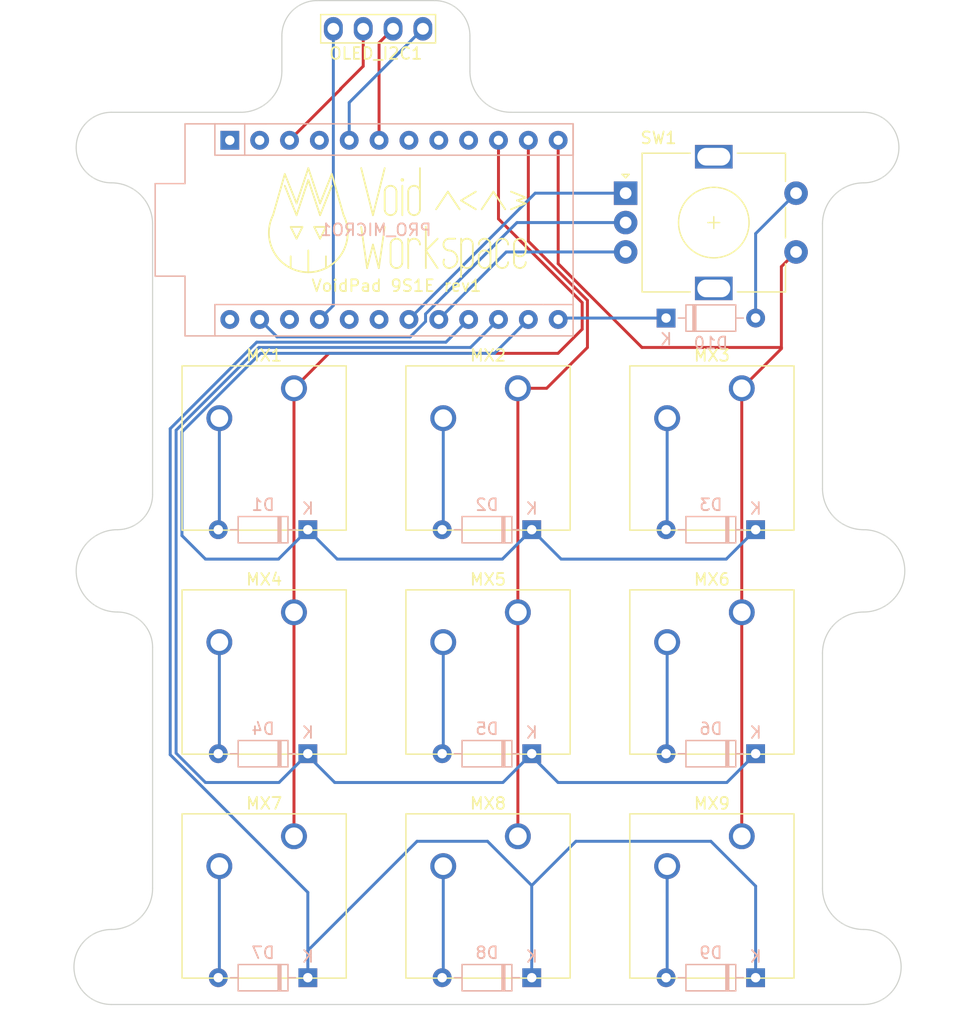
<source format=kicad_pcb>
(kicad_pcb (version 20211014) (generator pcbnew)
  (layers (0 "F.Cu" signal) (31 "B.Cu" signal) (34 "B.Paste" user) (35 "F.Paste" user) (36 "B.SilkS" user "B.Silkscreen") (37 "F.SilkS" user "F.Silkscreen") (38 "B.Mask" user) (39 "F.Mask" user) (44 "Edge.Cuts" user))
  (net 0 "")
  (net 1 "Net-(D1-Pad2)")
  (net 2 "Net-(D2-Pad2)")
  (net 3 "Net-(D3-Pad2)")
  (net 4 "Net-(D4-Pad2)")
  (net 5 "Net-(D5-Pad2)")
  (net 6 "Net-(D6-Pad2)")
  (net 7 "Net-(D7-Pad2)")
  (net 8 "Net-(D8-Pad2)")
  (net 9 "Net-(D9-Pad2)")
  (net 10 "ROW2")
  (net 11 "ROW3")
  (net 12 "Net-(OLED_I2C1-Pad3)")
  (net 13 "Net-(OLED_I2C1-Pad4)")
  (net 20 "Net-(D10-Pad2)")
  (net 21 "ROW4")
  (net 22 "ROW1")
  (net 23 "COL1")
  (net 24 "COL2")
  (net 25 "COL3")
  (net 26 "GND")
  (net 27 "VCC")
  (net 28 "ENCB")
  (net 29 "ENCA")
  (footprint "Rotary_Encoder:RotaryEncoder_Alps_EC11E-Switch_Vertical_H20mm" (layer "F.Cu") (at 150.25 37.37868)
    (fp_text reference "SW1" (at 2.8 -4.7) (layer "F.SilkS"))
    (fp_text value "RotaryEncoder_Switch")
    (fp_line (start 13.6 6) (end 13.6 8.4) (layer "F.SilkS") (width 0.12))
    (fp_line (start -0.3 -1.6) (end 0.3 -1.6) (layer "F.SilkS") (width 0.12))
    (fp_line (start 0 -1.3) (end -0.3 -1.6) (layer "F.SilkS") (width 0.12))
    (fp_line (start 7 2.5) (end 8 2.5) (layer "F.SilkS") (width 0.12))
    (fp_line (start 0.3 -1.6) (end 0 -1.3) (layer "F.SilkS") (width 0.12))
    (fp_line (start 9.5 -3.4) (end 13.6 -3.4) (layer "F.SilkS") (width 0.12))
    (fp_line (start 7.5 2) (end 7.5 3) (layer "F.SilkS") (width 0.12))
    (fp_line (start 5.5 -3.4) (end 1.4 -3.4) (layer "F.SilkS") (width 0.12))
    (fp_line (start 1.4 -3.4) (end 1.4 8.4) (layer "F.SilkS") (width 0.12))
    (fp_line (start 13.6 -3.4) (end 13.6 -1) (layer "F.SilkS") (width 0.12))
    (fp_line (start 5.5 8.4) (end 1.4 8.4) (layer "F.SilkS") (width 0.12))
    (fp_line (start 13.6 1.2) (end 13.6 3.8) (layer "F.SilkS") (width 0.12))
    (fp_line (start 13.6 8.4) (end 9.5 8.4) (layer "F.SilkS") (width 0.12))
    (fp_circle (center 7.5 2.5) (end 10.5 2.5) (layer "F.SilkS") (width 0.12) (fill none))
    (pad "A" thru_hole rect (at 0 0) (size 2 2) (drill 1) (layers *.Cu *.Mask) (net 29 "ENCA"))
    (pad "B" thru_hole circle (at 0 5) (size 2 2) (drill 1) (layers *.Cu *.Mask) (net 28 "ENCB"))
    (pad "C" thru_hole circle (at 0 2.5) (size 2 2) (drill 1) (layers *.Cu *.Mask) (net 26 "GND"))
    (pad "MP" thru_hole rect (at 7.5 -3.1) (size 3.2 2) (drill oval 2.8 1.5) (layers *.Cu *.Mask))
    (pad "MP" thru_hole rect (at 7.5 8.1) (size 3.2 2) (drill oval 2.8 1.5) (layers *.Cu *.Mask))
    (pad "S1" thru_hole circle (at 14.5 5) (size 2 2) (drill 1) (layers *.Cu *.Mask) (net 25 "COL3"))
    (pad "S2" thru_hole circle (at 14.5 0) (size 2 2) (drill 1) (layers *.Cu *.Mask) (net 20 "Net-(D10-Pad2)"))
  )
  (footprint "MountingHole:MountingHole_3.2mm_M3" (layer "F.Cu") (at 106.5 69.5)
    (fp_text reference "REF**" hide)
    (fp_text value "MountingHole_3.2mm_M3")
    (pad "" np_thru_hole circle (at 0 0) (size 3.2 3.2) (drill 3.2) (layers *.Cu *.Mask))
  )
  (footprint "Button_Switch_Keyboard:SW_Cherry_MX_1.00u_PCB" (layer "F.Cu") (at 122.03125 53.97243)
    (fp_text reference "MX1" (at -2.54 -2.794) (layer "F.SilkS"))
    (fp_text value "MX-NoLED")
    (fp_line (start -9.525 12.065) (end -9.525 -1.905) (layer "F.SilkS") (width 0.12))
    (fp_line (start -9.525 -1.905) (end 4.445 -1.905) (layer "F.SilkS") (width 0.12))
    (fp_line (start 4.445 12.065) (end -9.525 12.065) (layer "F.SilkS") (width 0.12))
    (fp_line (start 4.445 -1.905) (end 4.445 12.065) (layer "F.SilkS") (width 0.12))
    (pad "" np_thru_hole circle (at -7.62 5.08) (size 1.7 1.7) (drill 1.7) (layers *.Cu *.Mask))
    (pad "" np_thru_hole circle (at 2.54 5.08) (size 1.7 1.7) (drill 1.7) (layers *.Cu *.Mask))
    (pad "" np_thru_hole circle (at -2.54 5.08) (size 4 4) (drill 4) (layers *.Cu *.Mask))
    (pad "1" thru_hole circle (at 0 0) (size 2.2 2.2) (drill 1.5) (layers *.Cu *.Mask) (net 23 "COL1"))
    (pad "2" thru_hole circle (at -6.35 2.54) (size 2.2 2.2) (drill 1.5) (layers *.Cu *.Mask) (net 1 "Net-(D1-Pad2)"))
  )
  (footprint "MountingHole:MountingHole_3.2mm_M3" (layer "F.Cu") (at 170.5 103)
    (fp_text reference "REF**" hide)
    (fp_text value "MountingHole_3.2mm_M3")
    (pad "" np_thru_hole circle (at 0 0) (size 3.2 3.2) (drill 3.2) (layers *.Cu *.Mask))
  )
  (footprint "" (layer "F.Cu") (at 106.5 103)
    (fp_text reference "" (at 0 0) (layer "F.SilkS") (effects (font (size 1.27 1.27))))
    (fp_text value "" (at 0 0) (layer "F.SilkS") (effects (font (size 1.27 1.27))))
    (pad "" np_thru_hole circle (at 0 0) (size 3.2 3.2) (drill 3.2) (layers *.Cu *.Mask))
  )
  (footprint "Button_Switch_Keyboard:SW_Cherry_MX_1.00u_PCB" (layer "F.Cu") (at 122.03125 73.02243)
    (fp_text reference "MX4" (at -2.54 -2.794) (layer "F.SilkS"))
    (fp_text value "MX-NoLED")
    (fp_line (start -9.525 12.065) (end -9.525 -1.905) (layer "F.SilkS") (width 0.12))
    (fp_line (start 4.445 12.065) (end -9.525 12.065) (layer "F.SilkS") (width 0.12))
    (fp_line (start -9.525 -1.905) (end 4.445 -1.905) (layer "F.SilkS") (width 0.12))
    (fp_line (start 4.445 -1.905) (end 4.445 12.065) (layer "F.SilkS") (width 0.12))
    (pad "" np_thru_hole circle (at -2.54 5.08) (size 4 4) (drill 4) (layers *.Cu *.Mask))
    (pad "" np_thru_hole circle (at -7.62 5.08) (size 1.7 1.7) (drill 1.7) (layers *.Cu *.Mask))
    (pad "" np_thru_hole circle (at 2.54 5.08) (size 1.7 1.7) (drill 1.7) (layers *.Cu *.Mask))
    (pad "1" thru_hole circle (at 0 0) (size 2.2 2.2) (drill 1.5) (layers *.Cu *.Mask) (net 23 "COL1"))
    (pad "2" thru_hole circle (at -6.35 2.54) (size 2.2 2.2) (drill 1.5) (layers *.Cu *.Mask) (net 4 "Net-(D4-Pad2)"))
  )
  (footprint "MountingHole:MountingHole_3.2mm_M3" (layer "F.Cu") (at 106.5 103)
    (fp_text reference "REF**" hide)
    (fp_text value "MountingHole_3.2mm_M3")
    (pad "" np_thru_hole circle (at 0 0) (size 3.2 3.2) (drill 3.2) (layers *.Cu *.Mask))
  )
  (footprint "MountingHole:MountingHole_3.2mm_M3" (layer "F.Cu") (at 170.5 69.5)
    (fp_text reference "REF**" hide)
    (fp_text value "MountingHole_3.2mm_M3")
    (pad "" np_thru_hole circle (at 0 0) (size 3.2 3.2) (drill 3.2) (layers *.Cu *.Mask))
  )
  (footprint "Button_Switch_Keyboard:SW_Cherry_MX_1.00u_PCB" (layer "F.Cu") (at 141.08125 53.97243)
    (fp_text reference "MX2" (at -2.54 -2.794) (layer "F.SilkS"))
    (fp_text value "MX-NoLED")
    (fp_line (start -9.525 -1.905) (end 4.445 -1.905) (layer "F.SilkS") (width 0.12))
    (fp_line (start 4.445 -1.905) (end 4.445 12.065) (layer "F.SilkS") (width 0.12))
    (fp_line (start 4.445 12.065) (end -9.525 12.065) (layer "F.SilkS") (width 0.12))
    (fp_line (start -9.525 12.065) (end -9.525 -1.905) (layer "F.SilkS") (width 0.12))
    (pad "" np_thru_hole circle (at -2.54 5.08) (size 4 4) (drill 4) (layers *.Cu *.Mask))
    (pad "" np_thru_hole circle (at -7.62 5.08) (size 1.7 1.7) (drill 1.7) (layers *.Cu *.Mask))
    (pad "" np_thru_hole circle (at 2.54 5.08) (size 1.7 1.7) (drill 1.7) (layers *.Cu *.Mask))
    (pad "1" thru_hole circle (at 0 0) (size 2.2 2.2) (drill 1.5) (layers *.Cu *.Mask) (net 24 "COL2"))
    (pad "2" thru_hole circle (at -6.35 2.54) (size 2.2 2.2) (drill 1.5) (layers *.Cu *.Mask) (net 2 "Net-(D2-Pad2)"))
  )
  (footprint "Button_Switch_Keyboard:SW_Cherry_MX_1.00u_PCB" (layer "F.Cu") (at 141.08125 73.02243)
    (fp_text reference "MX5" (at -2.54 -2.794) (layer "F.SilkS"))
    (fp_text value "MX-NoLED")
    (fp_line (start 4.445 12.065) (end -9.525 12.065) (layer "F.SilkS") (width 0.12))
    (fp_line (start -9.525 -1.905) (end 4.445 -1.905) (layer "F.SilkS") (width 0.12))
    (fp_line (start 4.445 -1.905) (end 4.445 12.065) (layer "F.SilkS") (width 0.12))
    (fp_line (start -9.525 12.065) (end -9.525 -1.905) (layer "F.SilkS") (width 0.12))
    (pad "" np_thru_hole circle (at -2.54 5.08) (size 4 4) (drill 4) (layers *.Cu *.Mask))
    (pad "" np_thru_hole circle (at 2.54 5.08) (size 1.7 1.7) (drill 1.7) (layers *.Cu *.Mask))
    (pad "" np_thru_hole circle (at -7.62 5.08) (size 1.7 1.7) (drill 1.7) (layers *.Cu *.Mask))
    (pad "1" thru_hole circle (at 0 0) (size 2.2 2.2) (drill 1.5) (layers *.Cu *.Mask) (net 24 "COL2"))
    (pad "2" thru_hole circle (at -6.35 2.54) (size 2.2 2.2) (drill 1.5) (layers *.Cu *.Mask) (net 5 "Net-(D5-Pad2)"))
  )
  (footprint "Button_Switch_Keyboard:SW_Cherry_MX_1.00u_PCB" (layer "F.Cu") (at 141.08125 92.07243)
    (fp_text reference "MX8" (at -2.54 -2.794) (layer "F.SilkS"))
    (fp_text value "MX-NoLED")
    (fp_line (start 4.445 12.065) (end -9.525 12.065) (layer "F.SilkS") (width 0.12))
    (fp_line (start -9.525 -1.905) (end 4.445 -1.905) (layer "F.SilkS") (width 0.12))
    (fp_line (start 4.445 -1.905) (end 4.445 12.065) (layer "F.SilkS") (width 0.12))
    (fp_line (start -9.525 12.065) (end -9.525 -1.905) (layer "F.SilkS") (width 0.12))
    (pad "" np_thru_hole circle (at -2.54 5.08) (size 4 4) (drill 4) (layers *.Cu *.Mask))
    (pad "" np_thru_hole circle (at -7.62 5.08) (size 1.7 1.7) (drill 1.7) (layers *.Cu *.Mask))
    (pad "" np_thru_hole circle (at 2.54 5.08) (size 1.7 1.7) (drill 1.7) (layers *.Cu *.Mask))
    (pad "1" thru_hole circle (at 0 0) (size 2.2 2.2) (drill 1.5) (layers *.Cu *.Mask) (net 24 "COL2"))
    (pad "2" thru_hole circle (at -6.35 2.54) (size 2.2 2.2) (drill 1.5) (layers *.Cu *.Mask) (net 8 "Net-(D8-Pad2)"))
  )
  (footprint "MountingHole:MountingHole_3.2mm_M3" (layer "F.Cu") (at 106.5 33.5)
    (fp_text reference "REF**" hide)
    (fp_text value "MountingHole_3.2mm_M3")
    (pad "" np_thru_hole circle (at 0 0) (size 3.2 3.2) (drill 3.2) (layers *.Cu *.Mask))
  )
  (footprint "" (layer "F.Cu") (at 106.5 69.5)
    (fp_text reference "" (at 0 0) (layer "F.SilkS") (effects (font (size 1.27 1.27))))
    (fp_text value "" (at 0 0) (layer "F.SilkS") (effects (font (size 1.27 1.27))))
    (pad "" np_thru_hole circle (at 0 0) (size 3.2 3.2) (drill 3.2) (layers *.Cu *.Mask))
  )
  (footprint "Button_Switch_Keyboard:SW_Cherry_MX_1.00u_PCB" (layer "F.Cu") (at 160.13125 53.97243)
    (fp_text reference "MX3" (at -2.54 -2.794) (layer "F.SilkS"))
    (fp_text value "MX-NoLED")
    (fp_line (start 4.445 12.065) (end -9.525 12.065) (layer "F.SilkS") (width 0.12))
    (fp_line (start -9.525 12.065) (end -9.525 -1.905) (layer "F.SilkS") (width 0.12))
    (fp_line (start -9.525 -1.905) (end 4.445 -1.905) (layer "F.SilkS") (width 0.12))
    (fp_line (start 4.445 -1.905) (end 4.445 12.065) (layer "F.SilkS") (width 0.12))
    (pad "" np_thru_hole circle (at 2.54 5.08) (size 1.7 1.7) (drill 1.7) (layers *.Cu *.Mask))
    (pad "" np_thru_hole circle (at -2.54 5.08) (size 4 4) (drill 4) (layers *.Cu *.Mask))
    (pad "" np_thru_hole circle (at -7.62 5.08) (size 1.7 1.7) (drill 1.7) (layers *.Cu *.Mask))
    (pad "1" thru_hole circle (at 0 0) (size 2.2 2.2) (drill 1.5) (layers *.Cu *.Mask) (net 25 "COL3"))
    (pad "2" thru_hole circle (at -6.35 2.54) (size 2.2 2.2) (drill 1.5) (layers *.Cu *.Mask) (net 3 "Net-(D3-Pad2)"))
  )
  (footprint "MountingHole:MountingHole_3.2mm_M3" (layer "F.Cu") (at 170.5 33.5)
    (fp_text reference "REF**" hide)
    (fp_text value "MountingHole_3.2mm_M3")
    (pad "" np_thru_hole circle (at 0 0) (size 3.2 3.2) (drill 3.2) (layers *.Cu *.Mask))
  )
  (footprint "SSD1306:128x64OLED" (layer "F.Cu") (at 129 34)
    (fp_text reference "OLED_I2C1" (at 0 -8.5) (layer "F.SilkS"))
    (fp_text value "SSD1306")
    (fp_line (start 5.08 -11.811) (end 5.08 -9.398) (layer "F.SilkS") (width 0.12))
    (fp_line (start 5.08 -9.398) (end -4.699 -9.398) (layer "F.SilkS") (width 0.12))
    (fp_line (start -4.699 -11.811) (end 5.08 -11.811) (layer "F.SilkS") (width 0.12))
    (fp_line (start -4.699 -11.811) (end -4.699 -9.398) (layer "F.SilkS") (width 0.12))
    (pad "1" thru_hole oval (at -1.08 -10.6 90) (size 2 1.6) (drill 1) (layers *.Cu *.Mask) (net 26 "GND"))
    (pad "2" thru_hole oval (at -3.62 -10.6 90) (size 2 1.6) (drill 1) (layers *.Cu *.Mask) (net 27 "VCC"))
    (pad "3" thru_hole oval (at 1.46 -10.6 90) (size 2 1.6) (drill 1) (layers *.Cu *.Mask) (net 12 "Net-(OLED_I2C1-Pad3)"))
    (pad "4" thru_hole oval (at 4 -10.6 90) (size 2 1.6) (drill 1) (layers *.Cu *.Mask) (net 13 "Net-(OLED_I2C1-Pad4)"))
  )
  (footprint "Button_Switch_Keyboard:SW_Cherry_MX_1.00u_PCB" (layer "F.Cu") (at 122.03125 92.07243)
    (fp_text reference "MX7" (at -2.54 -2.794) (layer "F.SilkS"))
    (fp_text value "MX-NoLED")
    (fp_line (start -9.525 12.065) (end -9.525 -1.905) (layer "F.SilkS") (width 0.12))
    (fp_line (start 4.445 -1.905) (end 4.445 12.065) (layer "F.SilkS") (width 0.12))
    (fp_line (start 4.445 12.065) (end -9.525 12.065) (layer "F.SilkS") (width 0.12))
    (fp_line (start -9.525 -1.905) (end 4.445 -1.905) (layer "F.SilkS") (width 0.12))
    (pad "" np_thru_hole circle (at -7.62 5.08) (size 1.7 1.7) (drill 1.7) (layers *.Cu *.Mask))
    (pad "" np_thru_hole circle (at -2.54 5.08) (size 4 4) (drill 4) (layers *.Cu *.Mask))
    (pad "" np_thru_hole circle (at 2.54 5.08) (size 1.7 1.7) (drill 1.7) (layers *.Cu *.Mask))
    (pad "1" thru_hole circle (at 0 0) (size 2.2 2.2) (drill 1.5) (layers *.Cu *.Mask) (net 23 "COL1"))
    (pad "2" thru_hole circle (at -6.35 2.54) (size 2.2 2.2) (drill 1.5) (layers *.Cu *.Mask) (net 7 "Net-(D7-Pad2)"))
  )
  (footprint "Button_Switch_Keyboard:SW_Cherry_MX_1.00u_PCB" (layer "F.Cu") (at 160.13125 73.02243)
    (fp_text reference "MX6" (at -2.54 -2.794) (layer "F.SilkS"))
    (fp_text value "MX-NoLED")
    (fp_line (start 4.445 12.065) (end -9.525 12.065) (layer "F.SilkS") (width 0.12))
    (fp_line (start -9.525 -1.905) (end 4.445 -1.905) (layer "F.SilkS") (width 0.12))
    (fp_line (start -9.525 12.065) (end -9.525 -1.905) (layer "F.SilkS") (width 0.12))
    (fp_line (start 4.445 -1.905) (end 4.445 12.065) (layer "F.SilkS") (width 0.12))
    (pad "" np_thru_hole circle (at -7.62 5.08) (size 1.7 1.7) (drill 1.7) (layers *.Cu *.Mask))
    (pad "" np_thru_hole circle (at -2.54 5.08) (size 4 4) (drill 4) (layers *.Cu *.Mask))
    (pad "" np_thru_hole circle (at 2.54 5.08) (size 1.7 1.7) (drill 1.7) (layers *.Cu *.Mask))
    (pad "1" thru_hole circle (at 0 0) (size 2.2 2.2) (drill 1.5) (layers *.Cu *.Mask) (net 25 "COL3"))
    (pad "2" thru_hole circle (at -6.35 2.54) (size 2.2 2.2) (drill 1.5) (layers *.Cu *.Mask) (net 6 "Net-(D6-Pad2)"))
  )
  (footprint "Button_Switch_Keyboard:SW_Cherry_MX_1.00u_PCB" (layer "F.Cu") (at 160.13125 92.07243)
    (fp_text reference "MX9" (at -2.54 -2.794) (layer "F.SilkS"))
    (fp_text value "MX-NoLED")
    (fp_line (start -9.525 12.065) (end -9.525 -1.905) (layer "F.SilkS") (width 0.12))
    (fp_line (start -9.525 -1.905) (end 4.445 -1.905) (layer "F.SilkS") (width 0.12))
    (fp_line (start 4.445 -1.905) (end 4.445 12.065) (layer "F.SilkS") (width 0.12))
    (fp_line (start 4.445 12.065) (end -9.525 12.065) (layer "F.SilkS") (width 0.12))
    (pad "" np_thru_hole circle (at -7.62 5.08) (size 1.7 1.7) (drill 1.7) (layers *.Cu *.Mask))
    (pad "" np_thru_hole circle (at 2.54 5.08) (size 1.7 1.7) (drill 1.7) (layers *.Cu *.Mask))
    (pad "" np_thru_hole circle (at -2.54 5.08) (size 4 4) (drill 4) (layers *.Cu *.Mask))
    (pad "1" thru_hole circle (at 0 0) (size 2.2 2.2) (drill 1.5) (layers *.Cu *.Mask) (net 25 "COL3"))
    (pad "2" thru_hole circle (at -6.35 2.54) (size 2.2 2.2) (drill 1.5) (layers *.Cu *.Mask) (net 9 "Net-(D9-Pad2)"))
  )
  (footprint "Diode_THT:D_DO-35_SOD27_P7.62mm_Horizontal" (layer "B.Cu") (at 123.21 66 180)
    (fp_text reference "D1" (at 3.81 2.12) (layer "B.SilkS") (effects (justify mirror)))
    (fp_text value "1N4148")
    (fp_text user "K" (at 0 1.8) (layer "B.SilkS") (effects (justify mirror)))
    (fp_line (start 2.41 1.12) (end 2.41 -1.12) (layer "B.SilkS") (width 0.12))
    (fp_line (start 2.29 1.12) (end 2.29 -1.12) (layer "B.SilkS") (width 0.12))
    (fp_line (start 5.93 1.12) (end 1.69 1.12) (layer "B.SilkS") (width 0.12))
    (fp_line (start 1.04 0) (end 1.69 0) (layer "B.SilkS") (width 0.12))
    (fp_line (start 2.53 1.12) (end 2.53 -1.12) (layer "B.SilkS") (width 0.12))
    (fp_line (start 5.93 -1.12) (end 5.93 1.12) (layer "B.SilkS") (width 0.12))
    (fp_line (start 1.69 -1.12) (end 5.93 -1.12) (layer "B.SilkS") (width 0.12))
    (fp_line (start 6.58 0) (end 5.93 0) (layer "B.SilkS") (width 0.12))
    (fp_line (start 1.69 1.12) (end 1.69 -1.12) (layer "B.SilkS") (width 0.12))
    (pad "1" thru_hole rect (at 0 0 180) (size 1.6 1.6) (drill 0.8) (layers *.Cu *.Mask) (net 10 "ROW2"))
    (pad "2" thru_hole oval (at 7.62 0 180) (size 1.6 1.6) (drill 0.8) (layers *.Cu *.Mask) (net 1 "Net-(D1-Pad2)"))
  )
  (footprint "Diode_THT:D_DO-35_SOD27_P7.62mm_Horizontal" (layer "B.Cu") (at 142.26 66 180)
    (fp_text reference "D2" (at 3.81 2.12) (layer "B.SilkS") (effects (justify mirror)))
    (fp_text value "1N4148")
    (fp_text user "K" (at 0 1.8) (layer "B.SilkS") (effects (justify mirror)))
    (fp_line (start 5.93 1.12) (end 1.69 1.12) (layer "B.SilkS") (width 0.12))
    (fp_line (start 2.53 1.12) (end 2.53 -1.12) (layer "B.SilkS") (width 0.12))
    (fp_line (start 1.69 -1.12) (end 5.93 -1.12) (layer "B.SilkS") (width 0.12))
    (fp_line (start 2.41 1.12) (end 2.41 -1.12) (layer "B.SilkS") (width 0.12))
    (fp_line (start 1.69 1.12) (end 1.69 -1.12) (layer "B.SilkS") (width 0.12))
    (fp_line (start 2.29 1.12) (end 2.29 -1.12) (layer "B.SilkS") (width 0.12))
    (fp_line (start 6.58 0) (end 5.93 0) (layer "B.SilkS") (width 0.12))
    (fp_line (start 1.04 0) (end 1.69 0) (layer "B.SilkS") (width 0.12))
    (fp_line (start 5.93 -1.12) (end 5.93 1.12) (layer "B.SilkS") (width 0.12))
    (pad "1" thru_hole rect (at 0 0 180) (size 1.6 1.6) (drill 0.8) (layers *.Cu *.Mask) (net 10 "ROW2"))
    (pad "2" thru_hole oval (at 7.62 0 180) (size 1.6 1.6) (drill 0.8) (layers *.Cu *.Mask) (net 2 "Net-(D2-Pad2)"))
  )
  (footprint "Diode_THT:D_DO-35_SOD27_P7.62mm_Horizontal" (layer "B.Cu") (at 123.21 85.05 180)
    (fp_text reference "D4" (at 3.81 2.12) (layer "B.SilkS") (effects (justify mirror)))
    (fp_text value "1N4148")
    (fp_text user "K" (at 0 1.8) (layer "B.SilkS") (effects (justify mirror)))
    (fp_line (start 1.04 0) (end 1.69 0) (layer "B.SilkS") (width 0.12))
    (fp_line (start 5.93 1.12) (end 1.69 1.12) (layer "B.SilkS") (width 0.12))
    (fp_line (start 1.69 -1.12) (end 5.93 -1.12) (layer "B.SilkS") (width 0.12))
    (fp_line (start 2.53 1.12) (end 2.53 -1.12) (layer "B.SilkS") (width 0.12))
    (fp_line (start 5.93 -1.12) (end 5.93 1.12) (layer "B.SilkS") (width 0.12))
    (fp_line (start 6.58 0) (end 5.93 0) (layer "B.SilkS") (width 0.12))
    (fp_line (start 1.69 1.12) (end 1.69 -1.12) (layer "B.SilkS") (width 0.12))
    (fp_line (start 2.41 1.12) (end 2.41 -1.12) (layer "B.SilkS") (width 0.12))
    (fp_line (start 2.29 1.12) (end 2.29 -1.12) (layer "B.SilkS") (width 0.12))
    (pad "1" thru_hole rect (at 0 0 180) (size 1.6 1.6) (drill 0.8) (layers *.Cu *.Mask) (net 11 "ROW3"))
    (pad "2" thru_hole oval (at 7.62 0 180) (size 1.6 1.6) (drill 0.8) (layers *.Cu *.Mask) (net 4 "Net-(D4-Pad2)"))
  )
  (footprint "Arduino:Sparkfun_Pro_Micro" (layer "B.Cu") (at 144.51 48.12 90)
    (fp_text reference "PRO_MICRO1" (at 7.62 -15.51) (layer "B.SilkS") (effects (justify mirror)))
    (fp_text value "Sparkfun_Pro_Micro")
    (fp_line (start 11.557 -31.75) (end 16.637 -31.75) (layer "B.SilkS") (width 0.12))
    (fp_line (start 1.27 1.27) (end -1.397 1.27) (layer "B.SilkS") (width 0.12))
    (fp_line (start 3.683 -34.29) (end 11.557 -34.29) (layer "B.SilkS") (width 0.12))
    (fp_line (start 1.27 -1.27) (end 1.27 -29.21) (layer "B.SilkS") (width 0.12))
    (fp_line (start 13.97 1.27) (end 13.97 -29.21) (layer "B.SilkS") (width 0.12))
    (fp_line (start -1.397 -31.75) (end 3.683 -31.75) (layer "B.SilkS") (width 0.12))
    (fp_line (start 11.557 -34.29) (end 11.557 -31.75) (layer "B.SilkS") (width 0.12))
    (fp_line (start 13.97 -26.67) (end 16.64 -26.67) (layer "B.SilkS") (width 0.12))
    (fp_line (start 1.27 -29.21) (end -1.4 -29.21) (layer "B.SilkS") (width 0.12))
    (fp_line (start 16.637 1.27) (end 1.27 1.27) (layer "B.SilkS") (width 0.12))
    (fp_line (start 1.27 -1.27) (end 1.27 1.27) (layer "B.SilkS") (width 0.12))
    (fp_line (start 16.637 -31.75) (end 16.64 1.27) (layer "B.SilkS") (width 0.12))
    (fp_line (start 3.683 -34.29) (end 3.683 -31.75) (layer "B.SilkS") (width 0.12))
    (fp_line (start 13.97 1.27) (end 16.64 1.27) (layer "B.SilkS") (width 0.12))
    (fp_line (start 13.97 -29.21) (end 16.64 -29.21) (layer "B.SilkS") (width 0.12))
    (fp_line (start -1.397 1.27) (end -1.397 -31.75) (layer "B.SilkS") (width 0.12))
    (pad "1" thru_hole rect (at 15.24 -27.94 90) (size 1.6 1.6) (drill 0.8) (layers *.Cu *.Mask))
    (pad "2" thru_hole oval (at 15.24 -25.4 90) (size 1.6 1.6) (drill 0.8) (layers *.Cu *.Mask))
    (pad "3" thru_hole oval (at 15.24 -22.86 90) (size 1.6 1.6) (drill 0.8) (layers *.Cu *.Mask) (net 26 "GND"))
    (pad "4" thru_hole oval (at 15.24 -20.32 90) (size 1.6 1.6) (drill 0.8) (layers *.Cu *.Mask))
    (pad "5" thru_hole oval (at 15.24 -17.78 90) (size 1.6 1.6) (drill 0.8) (layers *.Cu *.Mask) (net 13 "Net-(OLED_I2C1-Pad4)"))
    (pad "6" thru_hole oval (at 15.24 -15.24 90) (size 1.6 1.6) (drill 0.8) (layers *.Cu *.Mask) (net 12 "Net-(OLED_I2C1-Pad3)"))
    (pad "7" thru_hole oval (at 15.24 -12.7 90) (size 1.6 1.6) (drill 0.8) (layers *.Cu *.Mask))
    (pad "8" thru_hole oval (at 15.24 -10.16 90) (size 1.6 1.6) (drill 0.8) (layers *.Cu *.Mask))
    (pad "9" thru_hole oval (at 15.24 -7.62 90) (size 1.6 1.6) (drill 0.8) (layers *.Cu *.Mask))
    (pad "10" thru_hole oval (at 15.24 -5.08 90) (size 1.6 1.6) (drill 0.8) (layers *.Cu *.Mask) (net 23 "COL1"))
    (pad "11" thru_hole oval (at 15.24 -2.54 90) (size 1.6 1.6) (drill 0.8) (layers *.Cu *.Mask) (net 24 "COL2"))
    (pad "12" thru_hole oval (at 15.24 0 90) (size 1.6 1.6) (drill 0.8) (layers *.Cu *.Mask) (net 25 "COL3"))
    (pad "13" thru_hole oval (at 0 0 90) (size 1.6 1.6) (drill 0.8) (layers *.Cu *.Mask) (net 22 "ROW1"))
    (pad "14" thru_hole oval (at 0 -2.54 90) (size 1.6 1.6) (drill 0.8) (layers *.Cu *.Mask) (net 10 "ROW2"))
    (pad "15" thru_hole oval (at 0 -5.08 90) (size 1.6 1.6) (drill 0.8) (layers *.Cu *.Mask) (net 11 "ROW3"))
    (pad "16" thru_hole oval (at 0 -7.62 90) (size 1.6 1.6) (drill 0.8) (layers *.Cu *.Mask) (net 21 "ROW4"))
    (pad "17" thru_hole oval (at 0 -10.16 90) (size 1.6 1.6) (drill 0.8) (layers *.Cu *.Mask) (net 28 "ENCB"))
    (pad "18" thru_hole oval (at 0 -12.7 90) (size 1.6 1.6) (drill 0.8) (layers *.Cu *.Mask) (net 29 "ENCA"))
    (pad "19" thru_hole oval (at 0 -15.24 90) (size 1.6 1.6) (drill 0.8) (layers *.Cu *.Mask))
    (pad "20" thru_hole oval (at 0 -17.78 90) (size 1.6 1.6) (drill 0.8) (layers *.Cu *.Mask))
    (pad "21" thru_hole oval (at 0 -20.32 90) (size 1.6 1.6) (drill 0.8) (layers *.Cu *.Mask) (net 27 "VCC"))
    (pad "22" thru_hole oval (at 0 -22.86 90) (size 1.6 1.6) (drill 0.8) (layers *.Cu *.Mask))
    (pad "23" thru_hole oval (at 0 -25.4 90) (size 1.6 1.6) (drill 0.8) (layers *.Cu *.Mask) (net 26 "GND"))
    (pad "24" thru_hole oval (at 0 -27.94 90) (size 1.6 1.6) (drill 0.8) (layers *.Cu *.Mask))
  )
  (footprint "Diode_THT:D_DO-35_SOD27_P7.62mm_Horizontal" (layer "B.Cu") (at 123.21 104.1 180)
    (fp_text reference "D7" (at 3.81 2.12) (layer "B.SilkS") (effects (justify mirror)))
    (fp_text value "1N4148")
    (fp_text user "K" (at 0 1.8) (layer "B.SilkS") (effects (justify mirror)))
    (fp_line (start 5.93 1.12) (end 1.69 1.12) (layer "B.SilkS") (width 0.12))
    (fp_line (start 2.53 1.12) (end 2.53 -1.12) (layer "B.SilkS") (width 0.12))
    (fp_line (start 6.58 0) (end 5.93 0) (layer "B.SilkS") (width 0.12))
    (fp_line (start 1.04 0) (end 1.69 0) (layer "B.SilkS") (width 0.12))
    (fp_line (start 2.41 1.12) (end 2.41 -1.12) (layer "B.SilkS") (width 0.12))
    (fp_line (start 1.69 1.12) (end 1.69 -1.12) (layer "B.SilkS") (width 0.12))
    (fp_line (start 5.93 -1.12) (end 5.93 1.12) (layer "B.SilkS") (width 0.12))
    (fp_line (start 2.29 1.12) (end 2.29 -1.12) (layer "B.SilkS") (width 0.12))
    (fp_line (start 1.69 -1.12) (end 5.93 -1.12) (layer "B.SilkS") (width 0.12))
    (pad "1" thru_hole rect (at 0 0 180) (size 1.6 1.6) (drill 0.8) (layers *.Cu *.Mask) (net 21 "ROW4"))
    (pad "2" thru_hole oval (at 7.62 0 180) (size 1.6 1.6) (drill 0.8) (layers *.Cu *.Mask) (net 7 "Net-(D7-Pad2)"))
  )
  (footprint "Diode_THT:D_DO-35_SOD27_P7.62mm_Horizontal" (layer "B.Cu") (at 161.31 104.1 180)
    (fp_text reference "D9" (at 3.81 2.12) (layer "B.SilkS") (effects (justify mirror)))
    (fp_text value "1N4148")
    (fp_text user "K" (at 0 1.8) (layer "B.SilkS") (effects (justify mirror)))
    (fp_line (start 2.29 1.12) (end 2.29 -1.12) (layer "B.SilkS") (width 0.12))
    (fp_line (start 1.69 1.12) (end 1.69 -1.12) (layer "B.SilkS") (width 0.12))
    (fp_line (start 2.41 1.12) (end 2.41 -1.12) (layer "B.SilkS") (width 0.12))
    (fp_line (start 6.58 0) (end 5.93 0) (layer "B.SilkS") (width 0.12))
    (fp_line (start 1.69 -1.12) (end 5.93 -1.12) (layer "B.SilkS") (width 0.12))
    (fp_line (start 5.93 -1.12) (end 5.93 1.12) (layer "B.SilkS") (width 0.12))
    (fp_line (start 2.53 1.12) (end 2.53 -1.12) (layer "B.SilkS") (width 0.12))
    (fp_line (start 1.04 0) (end 1.69 0) (layer "B.SilkS") (width 0.12))
    (fp_line (start 5.93 1.12) (end 1.69 1.12) (layer "B.SilkS") (width 0.12))
    (pad "1" thru_hole rect (at 0 0 180) (size 1.6 1.6) (drill 0.8) (layers *.Cu *.Mask) (net 21 "ROW4"))
    (pad "2" thru_hole oval (at 7.62 0 180) (size 1.6 1.6) (drill 0.8) (layers *.Cu *.Mask) (net 9 "Net-(D9-Pad2)"))
  )
  (footprint "Diode_THT:D_DO-35_SOD27_P7.62mm_Horizontal" (layer "B.Cu") (at 153.69 48)
    (fp_text reference "D10" (at 3.81 2.12 180) (layer "B.SilkS") (effects (justify mirror)))
    (fp_text value "1N4148")
    (fp_text user "K" (at 0 1.8 180) (layer "B.SilkS") (effects (justify mirror)))
    (fp_line (start 2.29 1.12) (end 2.29 -1.12) (layer "B.SilkS") (width 0.12))
    (fp_line (start 1.69 -1.12) (end 5.93 -1.12) (layer "B.SilkS") (width 0.12))
    (fp_line (start 5.93 -1.12) (end 5.93 1.12) (layer "B.SilkS") (width 0.12))
    (fp_line (start 5.93 1.12) (end 1.69 1.12) (layer "B.SilkS") (width 0.12))
    (fp_line (start 6.58 0) (end 5.93 0) (layer "B.SilkS") (width 0.12))
    (fp_line (start 2.53 1.12) (end 2.53 -1.12) (layer "B.SilkS") (width 0.12))
    (fp_line (start 1.04 0) (end 1.69 0) (layer "B.SilkS") (width 0.12))
    (fp_line (start 1.69 1.12) (end 1.69 -1.12) (layer "B.SilkS") (width 0.12))
    (fp_line (start 2.41 1.12) (end 2.41 -1.12) (layer "B.SilkS") (width 0.12))
    (pad "1" thru_hole rect (at 0 0) (size 1.6 1.6) (drill 0.8) (layers *.Cu *.Mask) (net 22 "ROW1"))
    (pad "2" thru_hole oval (at 7.62 0) (size 1.6 1.6) (drill 0.8) (layers *.Cu *.Mask) (net 20 "Net-(D10-Pad2)"))
  )
  (footprint "Diode_THT:D_DO-35_SOD27_P7.62mm_Horizontal" (layer "B.Cu") (at 142.26 104.1 180)
    (fp_text reference "D8" (at 3.81 2.12) (layer "B.SilkS") (effects (justify mirror)))
    (fp_text value "1N4148")
    (fp_text user "K" (at 0 1.8) (layer "B.SilkS") (effects (justify mirror)))
    (fp_line (start 2.41 1.12) (end 2.41 -1.12) (layer "B.SilkS") (width 0.12))
    (fp_line (start 5.93 -1.12) (end 5.93 1.12) (layer "B.SilkS") (width 0.12))
    (fp_line (start 1.04 0) (end 1.69 0) (layer "B.SilkS") (width 0.12))
    (fp_line (start 6.58 0) (end 5.93 0) (layer "B.SilkS") (width 0.12))
    (fp_line (start 1.69 1.12) (end 1.69 -1.12) (layer "B.SilkS") (width 0.12))
    (fp_line (start 5.93 1.12) (end 1.69 1.12) (layer "B.SilkS") (width 0.12))
    (fp_line (start 2.29 1.12) (end 2.29 -1.12) (layer "B.SilkS") (width 0.12))
    (fp_line (start 2.53 1.12) (end 2.53 -1.12) (layer "B.SilkS") (width 0.12))
    (fp_line (start 1.69 -1.12) (end 5.93 -1.12) (layer "B.SilkS") (width 0.12))
    (pad "1" thru_hole rect (at 0 0 180) (size 1.6 1.6) (drill 0.8) (layers *.Cu *.Mask) (net 21 "ROW4"))
    (pad "2" thru_hole oval (at 7.62 0 180) (size 1.6 1.6) (drill 0.8) (layers *.Cu *.Mask) (net 8 "Net-(D8-Pad2)"))
  )
  (footprint "Diode_THT:D_DO-35_SOD27_P7.62mm_Horizontal" (layer "B.Cu") (at 161.31 66 180)
    (fp_text reference "D3" (at 3.81 2.12) (layer "B.SilkS") (effects (justify mirror)))
    (fp_text value "1N4148")
    (fp_text user "K" (at 0 1.8) (layer "B.SilkS") (effects (justify mirror)))
    (fp_line (start 2.53 1.12) (end 2.53 -1.12) (layer "B.SilkS") (width 0.12))
    (fp_line (start 6.58 0) (end 5.93 0) (layer "B.SilkS") (width 0.12))
    (fp_line (start 5.93 -1.12) (end 5.93 1.12) (layer "B.SilkS") (width 0.12))
    (fp_line (start 2.41 1.12) (end 2.41 -1.12) (layer "B.SilkS") (width 0.12))
    (fp_line (start 1.04 0) (end 1.69 0) (layer "B.SilkS") (width 0.12))
    (fp_line (start 2.29 1.12) (end 2.29 -1.12) (layer "B.SilkS") (width 0.12))
    (fp_line (start 5.93 1.12) (end 1.69 1.12) (layer "B.SilkS") (width 0.12))
    (fp_line (start 1.69 -1.12) (end 5.93 -1.12) (layer "B.SilkS") (width 0.12))
    (fp_line (start 1.69 1.12) (end 1.69 -1.12) (layer "B.SilkS") (width 0.12))
    (pad "1" thru_hole rect (at 0 0 180) (size 1.6 1.6) (drill 0.8) (layers *.Cu *.Mask) (net 10 "ROW2"))
    (pad "2" thru_hole oval (at 7.62 0 180) (size 1.6 1.6) (drill 0.8) (layers *.Cu *.Mask) (net 3 "Net-(D3-Pad2)"))
  )
  (footprint "Diode_THT:D_DO-35_SOD27_P7.62mm_Horizontal" (layer "B.Cu") (at 142.26 85.05 180)
    (fp_text reference "D5" (at 3.81 2.12) (layer "B.SilkS") (effects (justify mirror)))
    (fp_text value "1N4148")
    (fp_text user "K" (at 0 1.8) (layer "B.SilkS") (effects (justify mirror)))
    (fp_line (start 5.93 1.12) (end 1.69 1.12) (layer "B.SilkS") (width 0.12))
    (fp_line (start 2.41 1.12) (end 2.41 -1.12) (layer "B.SilkS") (width 0.12))
    (fp_line (start 6.58 0) (end 5.93 0) (layer "B.SilkS") (width 0.12))
    (fp_line (start 1.69 -1.12) (end 5.93 -1.12) (layer "B.SilkS") (width 0.12))
    (fp_line (start 1.69 1.12) (end 1.69 -1.12) (layer "B.SilkS") (width 0.12))
    (fp_line (start 1.04 0) (end 1.69 0) (layer "B.SilkS") (width 0.12))
    (fp_line (start 2.29 1.12) (end 2.29 -1.12) (layer "B.SilkS") (width 0.12))
    (fp_line (start 5.93 -1.12) (end 5.93 1.12) (layer "B.SilkS") (width 0.12))
    (fp_line (start 2.53 1.12) (end 2.53 -1.12) (layer "B.SilkS") (width 0.12))
    (pad "1" thru_hole rect (at 0 0 180) (size 1.6 1.6) (drill 0.8) (layers *.Cu *.Mask) (net 11 "ROW3"))
    (pad "2" thru_hole oval (at 7.62 0 180) (size 1.6 1.6) (drill 0.8) (layers *.Cu *.Mask) (net 5 "Net-(D5-Pad2)"))
  )
  (footprint "Diode_THT:D_DO-35_SOD27_P7.62mm_Horizontal" (layer "B.Cu") (at 161.31 85.05 180)
    (fp_text reference "D6" (at 3.81 2.12) (layer "B.SilkS") (effects (justify mirror)))
    (fp_text value "1N4148")
    (fp_text user "K" (at 0 1.8) (layer "B.SilkS") (effects (justify mirror)))
    (fp_line (start 6.58 0) (end 5.93 0) (layer "B.SilkS") (width 0.12))
    (fp_line (start 5.93 1.12) (end 1.69 1.12) (layer "B.SilkS") (width 0.12))
    (fp_line (start 2.29 1.12) (end 2.29 -1.12) (layer "B.SilkS") (width 0.12))
    (fp_line (start 1.69 -1.12) (end 5.93 -1.12) (layer "B.SilkS") (width 0.12))
    (fp_line (start 1.04 0) (end 1.69 0) (layer "B.SilkS") (width 0.12))
    (fp_line (start 1.69 1.12) (end 1.69 -1.12) (layer "B.SilkS") (width 0.12))
    (fp_line (start 2.41 1.12) (end 2.41 -1.12) (layer "B.SilkS") (width 0.12))
    (fp_line (start 2.53 1.12) (end 2.53 -1.12) (layer "B.SilkS") (width 0.12))
    (fp_line (start 5.93 -1.12) (end 5.93 1.12) (layer "B.SilkS") (width 0.12))
    (pad "1" thru_hole rect (at 0 0 180) (size 1.6 1.6) (drill 0.8) (layers *.Cu *.Mask) (net 11 "ROW3"))
    (pad "2" thru_hole oval (at 7.62 0 180) (size 1.6 1.6) (drill 0.8) (layers *.Cu *.Mask) (net 6 "Net-(D6-Pad2)"))
  )
  (gr_line (start 136.25 38) (end 137.5 37.25) (layer "F.SilkS") (width 0.15))
  (gr_line (start 123.250001 35.25) (end 122.250001 38.25) (layer "F.SilkS") (width 0.15))
  (gr_arc (start 137.75 42.75) (mid 138.25 42.25) (end 138.75 42.75) (layer "F.SilkS") (width 0.15))
  (gr_line (start 139.25 43.25) (end 139.25 41.75) (layer "F.SilkS") (width 0.15))
  (gr_line (start 140.5 37.25) (end 141.75 37.75) (layer "F.SilkS") (width 0.15))
  (gr_line (start 131.25 41.75) (end 131.25 43.25) (layer "F.SilkS") (width 0.15))
  (gr_arc (start 131.75 41.75) (mid 132.25 41.25) (end 132.75 41.75) (layer "F.SilkS") (width 0.15))
  (gr_line (start 124.250001 41.25) (end 123.750001 40.25) (layer "F.SilkS") (width 0.15))
  (gr_line (start 141.75 38.25) (end 140.5 38.75) (layer "F.SilkS") (width 0.15))
  (gr_line (start 134.125 38.75) (end 135.125 37.25) (layer "F.SilkS") (width 0.15))
  (gr_arc (start 138.75 43.25) (mid 138.25 43.75) (end 137.75 43.25) (layer "F.SilkS") (width 0.15))
  (gr_arc (start 135.25 42.25) (mid 134.75 41.75) (end 135.25 41.25) (layer "F.SilkS") (width 0.15))
  (gr_line (start 135.125 37.25) (end 136.125 38.75) (layer "F.SilkS") (width 0.15))
  (gr_arc (start 135.25 43.75) (mid 134.824675 43.512866) (end 134.802786 43.026393) (layer "F.SilkS") (width 0.15))
  (gr_line (start 134.25 41.25) (end 133.25 42.25) (layer "F.SilkS") (width 0.15))
  (gr_arc (start 129.75 37.25) (mid 130.25 36.75) (end 130.75 37.25) (layer "F.SilkS") (width 0.15))
  (gr_line (start 123.250001 35.25) (end 124.250001 38.25) (layer "F.SilkS") (width 0.15))
  (gr_line (start 123.250001 36.25) (end 124.250001 39.25) (layer "F.SilkS") (width 0.15))
  (gr_line (start 124.250001 41.25) (end 124.750001 40.25) (layer "F.SilkS") (width 0.15))
  (gr_line (start 131.75 41.25) (end 131.75 43.75) (layer "F.SilkS") (width 0.15))
  (gr_line (start 120.250002 39.25) (end 121.250001 35.75) (layer "F.SilkS") (width 0.15))
  (gr_line (start 137.75 43.25) (end 137.75 42.75) (layer "F.SilkS") (width 0.15))
  (gr_line (start 133.25 40.25) (end 133.25 43.75) (layer "F.SilkS") (width 0.15))
  (gr_line (start 136.25 38) (end 137.5 38.75) (layer "F.SilkS") (width 0.15))
  (gr_arc (start 131.25 43.25) (mid 130.75 43.75) (end 130.25 43.25) (layer "F.SilkS") (width 0.15))
  (gr_line (start 129.25 43.75) (end 129.75 40.25) (layer "F.SilkS") (width 0.15))
  (gr_line (start 131.75 38.75) (end 131.75 37.25) (layer "F.SilkS") (width 0.15))
  (gr_line (start 138.75 41.75) (end 138.75 43.75) (layer "F.SilkS") (width 0.15))
  (gr_line (start 122.750001 40.25) (end 122.250001 41.25) (layer "F.SilkS") (width 0.15))
  (gr_line (start 123.750001 40.25) (end 124.750001 40.25) (layer "F.SilkS") (width 0.15))
  (gr_arc (start 130.25 41.75) (mid 130.75 41.25) (end 131.25 41.75) (layer "F.SilkS") (width 0.15))
  (gr_line (start 141.75 37.75) (end 141 38) (layer "F.SilkS") (width 0.15))
  (gr_line (start 136.25 41.25) (end 136.25 44.5) (layer "F.SilkS") (width 0.15))
  (gr_arc (start 141.75 43.25) (mid 141.25 43.75) (end 140.75 43.25) (layer "F.SilkS") (width 0.15))
  (gr_arc (start 136.25 41.75) (mid 136.75 41.25) (end 137.25 41.75) (layer "F.SilkS") (width 0.15))
  (gr_line (start 139 37.25) (end 140 38.75) (layer "F.SilkS") (width 0.15))
  (gr_line (start 128.75 39.25) (end 129.75 35.25) (layer "F.SilkS") (width 0.15))
  (gr_line (start 122.750001 40.25) (end 121.750001 40.25) (layer "F.SilkS") (width 0.15))
  (gr_arc (start 140.75 41.75) (mid 141.25 41.25) (end 141.75 41.75) (layer "F.SilkS") (width 0.15))
  (gr_line (start 128.25 43.75) (end 128.75 41.75) (layer "F.SilkS") (width 0.15))
  (gr_line (start 123.250001 36.25) (end 122.250001 39.25) (layer "F.SilkS") (width 0.15))
  (gr_arc (start 132.75 38.75) (mid 132.25 39.25) (end 131.75 38.75) (layer "F.SilkS") (width 0.15))
  (gr_line (start 123.250001 44.104101) (end 123.250001 42.25) (layer "F.SilkS") (width 0.15))
  (gr_line (start 138 38.75) (end 139 37.25) (layer "F.SilkS") (width 0.15))
  (gr_arc (start 140.25 43.25) (mid 139.75 43.75) (end 139.25 43.25) (layer "F.SilkS") (width 0.15))
  (gr_line (start 141 38) (end 141.75 38.25) (layer "F.SilkS") (width 0.15))
  (gr_arc (start 137.75 41.75) (mid 138.25 41.25) (end 138.75 41.75) (layer "F.SilkS") (width 0.15))
  (gr_line (start 121.750001 40.25) (end 122.250001 41.25) (layer "F.SilkS") (width 0.15))
  (gr_arc (start 131.75 37.25) (mid 132.25 36.75) (end 132.75 37.25) (layer "F.SilkS") (width 0.15))
  (gr_line (start 132.75 38.75) (end 132.75 37.25) (layer "F.SilkS") (width 0.15))
  (gr_line (start 124.750001 43.75) (end 124.750001 42.75) (layer "F.SilkS") (width 0.15))
  (gr_arc (start 135.25 42.25) (mid 135.93902 43) (end 135.25 43.75) (layer "F.SilkS") (width 0.15))
  (gr_line (start 126.25 39.25) (end 125.250001 35.75) (layer "F.SilkS") (width 0.15))
  (gr_arc (start 126.25 39.25) (mid 123.250001 44.104101) (end 120.250002 39.25) (layer "F.SilkS") (width 0.15))
  (gr_line (start 124.250001 38.25) (end 125.250001 35.75) (layer "F.SilkS") (width 0.15))
  (gr_line (start 129.75 38.75) (end 129.75 37.25) (layer "F.SilkS") (width 0.15))
  (gr_line (start 140.75 41.75) (end 140.75 43.25) (layer "F.SilkS") (width 0.15))
  (gr_arc (start 130.75 38.75) (mid 130.25 39.25) (end 129.75 38.75) (layer "F.SilkS") (width 0.15))
  (gr_line (start 128.75 41.75) (end 129.25 43.75) (layer "F.SilkS") (width 0.15))
  (gr_line (start 135.25 41.25) (end 135.75 41.25) (layer "F.SilkS") (width 0.15))
  (gr_arc (start 141.75 42.25) (mid 141.364876 42.736624) (end 140.802786 42.473607) (layer "F.SilkS") (width 0.15))
  (gr_line (start 121.750001 43.75) (end 121.750001 42.75) (layer "F.SilkS") (width 0.15))
  (gr_line (start 130.75 38.75) (end 130.75 37.25) (layer "F.SilkS") (width 0.15))
  (gr_line (start 122.250001 38.25) (end 121.250001 35.75) (layer "F.SilkS") (width 0.15))
  (gr_arc (start 137.25 43.25) (mid 136.75 43.75) (end 136.25 43.25) (layer "F.SilkS") (width 0.15))
  (gr_line (start 130.25 41.75) (end 130.25 43.25) (layer "F.SilkS") (width 0.15))
  (gr_line (start 127.75 35.25) (end 128.75 39.25) (layer "F.SilkS") (width 0.15))
  (gr_line (start 134.25 43.75) (end 133.25 42.25) (layer "F.SilkS") (width 0.15))
  (gr_arc (start 139.25 41.75) (mid 139.75 41.25) (end 140.25 41.75) (layer "F.SilkS") (width 0.15))
  (gr_line (start 132.75 37.25) (end 132.75 35.25) (layer "F.SilkS") (width 0.15))
  (gr_circle (center 131.25 36.25) (end 131.25 36.25) (layer "F.SilkS") (width 0.15) (fill none))
  (gr_line (start 131.25 36.75) (end 131.25 39.25) (layer "F.SilkS") (width 0.15))
  (gr_line (start 124.250001 39.25) (end 125.250001 36.75) (layer "F.SilkS") (width 0.15))
  (gr_line (start 127.75 40.25) (end 128.25 43.75) (layer "F.SilkS") (width 0.15))
  (gr_line (start 137.25 43.25) (end 137.25 41.75) (layer "F.SilkS") (width 0.15))
  (gr_line (start 122.250001 39.25) (end 121.250001 36.75) (layer "F.SilkS") (width 0.15))
  (gr_line (start 141.75 41.75) (end 141.75 42.25) (layer "F.SilkS") (width 0.15))
  (gr_arc (start 170.5 30.5) (mid 173.5 33.5) (end 170.5 36.5) (layer "Edge.Cuts") (width 0.1))
  (gr_arc (start 140.5 30.5) (mid 138.025126 29.474874) (end 137 27) (layer "Edge.Cuts") (width 0.1))
  (gr_arc (start 106.5 106.37868) (mid 103.31066 103.18934) (end 106.5 100) (layer "Edge.Cuts") (width 0.1))
  (gr_arc (start 110 96.5) (mid 108.974874 98.974874) (end 106.5 100) (layer "Edge.Cuts") (width 0.1))
  (gr_arc (start 167 40) (mid 168.025126 37.525126) (end 170.5 36.5) (layer "Edge.Cuts") (width 0.1))
  (gr_line (start 167 40) (end 167 62.5) (layer "Edge.Cuts") (width 0.1))
  (gr_arc (start 107 73) (mid 109.12132 73.87868) (end 110 76) (layer "Edge.Cuts") (width 0.1))
  (gr_line (start 124 21) (end 134 21) (layer "Edge.Cuts") (width 0.1))
  (gr_line (start 110 96.5) (end 110 76) (layer "Edge.Cuts") (width 0.1))
  (gr_arc (start 106.5 36.5) (mid 103.5 33.5) (end 106.5 30.5) (layer "Edge.Cuts") (width 0.1))
  (gr_arc (start 167 76.5) (mid 168.025126 74.025126) (end 170.5 73) (layer "Edge.Cuts") (width 0.1))
  (gr_arc (start 121 24) (mid 121.87868 21.87868) (end 124 21) (layer "Edge.Cuts") (width 0.1))
  (gr_line (start 106.5 30.5) (end 117.5 30.5) (layer "Edge.Cuts") (width 0.1))
  (gr_arc (start 170.5 100) (mid 173.68934 103.18934) (end 170.5 106.37868) (layer "Edge.Cuts") (width 0.1))
  (gr_arc (start 170.5 66) (mid 168.025126 64.974874) (end 167 62.5) (layer "Edge.Cuts") (width 0.1))
  (gr_arc (start 170.5 66) (mid 174 69.5) (end 170.5 73) (layer "Edge.Cuts") (width 0.1))
  (gr_line (start 140.5 30.5) (end 170.5 30.5) (layer "Edge.Cuts") (width 0.1))
  (gr_line (start 170.5 106.37868) (end 106.5 106.37868) (layer "Edge.Cuts") (width 0.1))
  (gr_arc (start 106.5 36.5) (mid 108.974874 37.525126) (end 110 40) (layer "Edge.Cuts") (width 0.1))
  (gr_arc (start 121 27) (mid 119.974874 29.474874) (end 117.5 30.5) (layer "Edge.Cuts") (width 0.1))
  (gr_line (start 110 63) (end 110 40) (layer "Edge.Cuts") (width 0.1))
  (gr_line (start 137 24) (end 137 27) (layer "Edge.Cuts") (width 0.1))
  (gr_line (start 167 76.5) (end 167 96.5) (layer "Edge.Cuts") (width 0.1))
  (gr_arc (start 110 63) (mid 109.12132 65.12132) (end 107 66) (layer "Edge.Cuts") (width 0.1))
  (gr_arc (start 134 21) (mid 136.12132 21.87868) (end 137 24) (layer "Edge.Cuts") (width 0.1))
  (gr_arc (start 170.5 100) (mid 168.025126 98.974874) (end 167 96.5) (layer "Edge.Cuts") (width 0.1))
  (gr_arc (start 107 73) (mid 103.5 69.5) (end 107 66) (layer "Edge.Cuts") (width 0.1))
  (gr_line (start 121 27) (end 121 24) (layer "Edge.Cuts") (width 0.1))
  (gr_text "VoidPad 9S1E rev1" (at 130.75 45.25) (layer "F.SilkS") (effects (font (size 1 1))))
  (segment (start 115.68125 56.51243) (end 115.68125 65.90875) (width 0.25) (layer "B.Cu") (net 1))
  (segment (start 115.68125 65.90875) (end 115.59 66) (width 0.25) (layer "B.Cu") (net 1))
  (segment (start 134.73125 56.51243) (end 134.73125 65.90875) (width 0.25) (layer "B.Cu") (net 2))
  (segment (start 134.73125 65.90875) (end 134.64 66) (width 0.25) (layer "B.Cu") (net 2))
  (segment (start 153.78125 65.90875) (end 153.69 66) (width 0.25) (layer "B.Cu") (net 3))
  (segment (start 153.78125 56.51243) (end 153.78125 65.90875) (width 0.25) (layer "B.Cu") (net 3))
  (segment (start 115.68125 84.95875) (end 115.59 85.05) (width 0.25) (layer "B.Cu") (net 4))
  (segment (start 115.68125 75.56243) (end 115.68125 84.95875) (width 0.25) (layer "B.Cu") (net 4))
  (segment (start 134.73125 84.95875) (end 134.64 85.05) (width 0.25) (layer "B.Cu") (net 5))
  (segment (start 134.73125 75.56243) (end 134.73125 84.95875) (width 0.25) (layer "B.Cu") (net 5))
  (segment (start 153.78125 75.56243) (end 153.78125 84.95875) (width 0.25) (layer "B.Cu") (net 6))
  (segment (start 153.78125 84.95875) (end 153.69 85.05) (width 0.25) (layer "B.Cu") (net 6))
  (segment (start 115.68125 104.00875) (end 115.59 104.1) (width 0.25) (layer "B.Cu") (net 7))
  (segment (start 115.68125 94.61243) (end 115.68125 104.00875) (width 0.25) (layer "B.Cu") (net 7))
  (segment (start 134.73125 104.00875) (end 134.64 104.1) (width 0.25) (layer "B.Cu") (net 8))
  (segment (start 134.73125 94.61243) (end 134.73125 104.00875) (width 0.25) (layer "B.Cu") (net 8))
  (segment (start 153.78125 104.00875) (end 153.69 104.1) (width 0.25) (layer "B.Cu") (net 9))
  (segment (start 153.78125 94.61243) (end 153.78125 104.00875) (width 0.25) (layer "B.Cu") (net 9))
  (segment (start 112.5 66.5) (end 114.5 68.5) (width 0.25) (layer "B.Cu") (net 10))
  (segment (start 114.5 68.5) (end 120.71 68.5) (width 0.25) (layer "B.Cu") (net 10))
  (segment (start 161.31 66) (end 158.81 68.5) (width 0.25) (layer "B.Cu") (net 10))
  (segment (start 119.179116 51) (end 112.5 57.679116) (width 0.25) (layer "B.Cu") (net 10))
  (segment (start 158.81 68.5) (end 144.76 68.5) (width 0.25) (layer "B.Cu") (net 10))
  (segment (start 139.09 51) (end 119.179116 51) (width 0.25) (layer "B.Cu") (net 10))
  (segment (start 125.71 68.5) (end 123.21 66) (width 0.25) (layer "B.Cu") (net 10))
  (segment (start 142.26 66) (end 139.76 68.5) (width 0.25) (layer "B.Cu") (net 10))
  (segment (start 112.5 57.679116) (end 112.5 66.5) (width 0.25) (layer "B.Cu") (net 10))
  (segment (start 141.97 48.12) (end 139.09 51) (width 0.25) (layer "B.Cu") (net 10))
  (segment (start 120.71 68.5) (end 123.21 66) (width 0.25) (layer "B.Cu") (net 10))
  (segment (start 139.76 68.5) (end 125.71 68.5) (width 0.25) (layer "B.Cu") (net 10))
  (segment (start 144.76 68.5) (end 142.26 66) (width 0.25) (layer "B.Cu") (net 10))
  (segment (start 114.5 87.5) (end 112 85) (width 0.25) (layer "B.Cu") (net 11))
  (segment (start 112 57.543399) (end 119.043399 50.5) (width 0.25) (layer "B.Cu") (net 11))
  (segment (start 125.5 87.5) (end 123.21 85.21) (width 0.25) (layer "B.Cu") (net 11))
  (segment (start 144.5 87.5) (end 142.26 85.26) (width 0.25) (layer "B.Cu") (net 11))
  (segment (start 158.86 87.5) (end 144.5 87.5) (width 0.25) (layer "B.Cu") (net 11))
  (segment (start 161.31 85.05) (end 158.86 87.5) (width 0.25) (layer "B.Cu") (net 11))
  (segment (start 142.26 85.05) (end 139.81 87.5) (width 0.25) (layer "B.Cu") (net 11))
  (segment (start 112 85) (end 112 57.543399) (width 0.25) (layer "B.Cu") (net 11))
  (segment (start 137.05 50.5) (end 139.43 48.12) (width 0.25) (layer "B.Cu") (net 11))
  (segment (start 123.21 85.21) (end 123.21 85.05) (width 0.25) (layer "B.Cu") (net 11))
  (segment (start 123.21 85.05) (end 120.76 87.5) (width 0.25) (layer "B.Cu") (net 11))
  (segment (start 119.043399 50.5) (end 137.05 50.5) (width 0.25) (layer "B.Cu") (net 11))
  (segment (start 120.76 87.5) (end 114.5 87.5) (width 0.25) (layer "B.Cu") (net 11))
  (segment (start 142.26 85.26) (end 142.26 85.05) (width 0.25) (layer "B.Cu") (net 11))
  (segment (start 139.81 87.5) (end 125.5 87.5) (width 0.25) (layer "B.Cu") (net 11))
  (segment (start 129.27 32.88) (end 129.27 24.59) (width 0.25) (layer "F.Cu") (net 12))
  (segment (start 129.27 24.59) (end 130.46 23.4) (width 0.25) (layer "F.Cu") (net 12))
  (segment (start 126.73 29.67) (end 133 23.4) (width 0.25) (layer "B.Cu") (net 13))
  (segment (start 126.73 32.88) (end 126.73 29.67) (width 0.25) (layer "B.Cu") (net 13))
  (segment (start 161.31 48) (end 161.31 40.81868) (width 0.25) (layer "B.Cu") (net 20))
  (segment (start 161.31 40.81868) (end 164.75 37.37868) (width 0.25) (layer "B.Cu") (net 20))
  (segment (start 123.21 101.79) (end 123.21 104.1) (width 0.25) (layer "B.Cu") (net 21))
  (segment (start 123.21 96.845718) (end 111.5 85.135718) (width 0.25) (layer "B.Cu") (net 21))
  (segment (start 134.95952 50.05048) (end 136.89 48.12) (width 0.25) (layer "B.Cu") (net 21))
  (segment (start 161.31 104.1) (end 161.31 96.31) (width 0.25) (layer "B.Cu") (net 21))
  (segment (start 142.26 96.26) (end 138.5 92.5) (width 0.25) (layer "B.Cu") (net 21))
  (segment (start 111.5 57.407682) (end 118.857202 50.05048) (width 0.25) (layer "B.Cu") (net 21))
  (segment (start 123.21 101.79) (end 123.21 96.845718) (width 0.25) (layer "B.Cu") (net 21))
  (segment (start 111.5 85.135718) (end 111.5 57.407682) (width 0.25) (layer "B.Cu") (net 21))
  (segment (start 157.5 92.5) (end 146.02 92.5) (width 0.25) (layer "B.Cu") (net 21))
  (segment (start 161.31 96.31) (end 157.5 92.5) (width 0.25) (layer "B.Cu") (net 21))
  (segment (start 118.857202 50.05048) (end 134.95952 50.05048) (width 0.25) (layer "B.Cu") (net 21))
  (segment (start 132.5 92.5) (end 123.21 101.79) (width 0.25) (layer "B.Cu") (net 21))
  (segment (start 146.02 92.5) (end 142.26 96.26) (width 0.25) (layer "B.Cu") (net 21))
  (segment (start 142.26 104.1) (end 142.26 96.26) (width 0.25) (layer "B.Cu") (net 21))
  (segment (start 138.5 92.5) (end 132.5 92.5) (width 0.25) (layer "B.Cu") (net 21))
  (segment (start 153.69 48) (end 144.63 48) (width 0.25) (layer "B.Cu") (net 22))
  (segment (start 144.63 48) (end 144.51 48.12) (width 0.25) (layer "B.Cu") (net 22))
  (segment (start 122.03125 73.02243) (end 122.03125 92.07243) (width 0.25) (layer "F.Cu") (net 23))
  (segment (start 144.5 51) (end 146.55048 48.94952) (width 0.25) (layer "F.Cu") (net 23))
  (segment (start 146.55048 46.686198) (end 139.43 39.565717) (width 0.25) (layer "F.Cu") (net 23))
  (segment (start 122.03125 53.97243) (end 125.00368 51) (width 0.25) (layer "F.Cu") (net 23))
  (segment (start 122.03125 53.97243) (end 122.03125 73.02243) (width 0.25) (layer "F.Cu") (net 23))
  (segment (start 125.00368 51) (end 144.5 51) (width 0.25) (layer "F.Cu") (net 23))
  (segment (start 139.43 39.565717) (end 139.43 32.88) (width 0.25) (layer "F.Cu") (net 23))
  (segment (start 146.55048 48.94952) (end 146.55048 46.686198) (width 0.25) (layer "F.Cu") (net 23))
  (segment (start 141.08125 53.97243) (end 143.52757 53.97243) (width 0.25) (layer "F.Cu") (net 24))
  (segment (start 141.08125 73.02243) (end 141.08125 92.07243) (width 0.25) (layer "F.Cu") (net 24))
  (segment (start 141.08125 73.02243) (end 141.08125 53.97243) (width 0.25) (layer "F.Cu") (net 24))
  (segment (start 141.97 41.47) (end 141.97 32.88) (width 0.25) (layer "F.Cu") (net 24))
  (segment (start 147 46.5) (end 141.97 41.47) (width 0.25) (layer "F.Cu") (net 24))
  (segment (start 147 50.5) (end 147 46.5) (width 0.25) (layer "F.Cu") (net 24))
  (segment (start 143.52757 53.97243) (end 147 50.5) (width 0.25) (layer "F.Cu") (net 24))
  (segment (start 163.5 43.62868) (end 164.75 42.37868) (width 0.25) (layer "F.Cu") (net 25))
  (segment (start 151.635718 50.5) (end 144.51 43.374282) (width 0.25) (layer "F.Cu") (net 25))
  (segment (start 160.13125 73.02243) (end 160.13125 53.97243) (width 0.25) (layer "F.Cu") (net 25))
  (segment (start 163.5 50.5) (end 151.635718 50.5) (width 0.25) (layer "F.Cu") (net 25))
  (segment (start 160.13125 73.02243) (end 160.13125 92.07243) (width 0.25) (layer "F.Cu") (net 25))
  (segment (start 163.5 50.60368) (end 163.5 50.5) (width 0.25) (layer "F.Cu") (net 25))
  (segment (start 163.5 50.5) (end 163.5 43.62868) (width 0.25) (layer "F.Cu") (net 25))
  (segment (start 160.13125 53.97243) (end 163.5 50.60368) (width 0.25) (layer "F.Cu") (net 25))
  (segment (start 144.51 43.374282) (end 144.51 32.88) (width 0.25) (layer "F.Cu") (net 25))
  (segment (start 126 28.53) (end 126 28.5) (width 0.25) (layer "F.Cu") (net 26))
  (segment (start 126 28.5) (end 127.92 26.58) (width 0.25) (layer "F.Cu") (net 26))
  (segment (start 121.65 32.88) (end 126 28.53) (width 0.25) (layer "F.Cu") (net 26))
  (segment (start 127.92 26.58) (end 127.92 23.4) (width 0.25) (layer "F.Cu") (net 26))
  (segment (start 141.00102 39.87868) (end 133.225489 47.654211) (width 0.25) (layer "B.Cu") (net 26))
  (segment (start 120.59096 49.60096) (end 119.11 48.12) (width 0.25) (layer "B.Cu") (net 26))
  (segment (start 133.225489 47.654211) (end 133.225489 48.294811) (width 0.25) (layer "B.Cu") (net 26))
  (segment (start 150.25 39.87868) (end 141.00102 39.87868) (width 0.25) (layer "B.Cu") (net 26))
  (segment (start 133.225489 48.294811) (end 131.91934 49.60096) (width 0.25) (layer "B.Cu") (net 26))
  (segment (start 131.91934 49.60096) (end 120.59096 49.60096) (width 0.25) (layer "B.Cu") (net 26))
  (segment (start 124.19 48.12) (end 125.38 46.93) (width 0.25) (layer "B.Cu") (net 27))
  (segment (start 125.38 46.93) (end 125.38 23.4) (width 0.25) (layer "B.Cu") (net 27))
  (segment (start 140.09132 42.37868) (end 134.35 48.12) (width 0.25) (layer "B.Cu") (net 28))
  (segment (start 150.25 42.37868) (end 140.09132 42.37868) (width 0.25) (layer "B.Cu") (net 28))
  (segment (start 150.25 37.37868) (end 142.55132 37.37868) (width 0.25) (layer "B.Cu") (net 29))
  (segment (start 142.55132 37.37868) (end 131.81 48.12) (width 0.25) (layer "B.Cu") (net 29))
)
</source>
